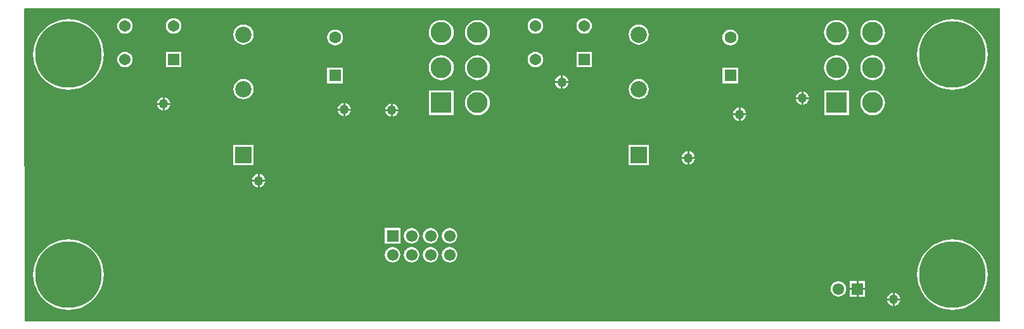
<source format=gbl>
G04*
G04 #@! TF.GenerationSoftware,Altium Limited,Altium Designer,21.1.1 (26)*
G04*
G04 Layer_Physical_Order=2*
G04 Layer_Color=16711680*
%FSLAX25Y25*%
%MOIN*%
G70*
G04*
G04 #@! TF.SameCoordinates,BE8B2EE9-7010-4F0F-96DB-CACD0705D76A*
G04*
G04*
G04 #@! TF.FilePolarity,Positive*
G04*
G01*
G75*
%ADD28C,0.06063*%
%ADD29R,0.06063X0.06063*%
%ADD35R,0.08563X0.08563*%
%ADD36C,0.11024*%
%ADD37C,0.06102*%
%ADD38R,0.06102X0.06102*%
%ADD39R,0.06299X0.06299*%
%ADD40C,0.06299*%
%ADD41C,0.08563*%
%ADD42R,0.11024X0.11024*%
%ADD43C,0.35000*%
%ADD44C,0.05000*%
G36*
X613000Y500000D02*
X613000Y335000D01*
X100000Y335000D01*
X99793Y499646D01*
X100146Y500000D01*
X613000Y500000D01*
D02*
G37*
%LPC*%
G36*
X394201Y494614D02*
X393148Y494475D01*
X392168Y494069D01*
X391325Y493423D01*
X390679Y492580D01*
X390273Y491600D01*
X390135Y490547D01*
X390273Y489495D01*
X390679Y488514D01*
X391325Y487672D01*
X392168Y487026D01*
X393148Y486620D01*
X394201Y486481D01*
X395253Y486620D01*
X396234Y487026D01*
X397076Y487672D01*
X397722Y488514D01*
X398129Y489495D01*
X398267Y490547D01*
X398129Y491600D01*
X397722Y492580D01*
X397076Y493423D01*
X396234Y494069D01*
X395253Y494475D01*
X394201Y494614D01*
D02*
G37*
G36*
X368610D02*
X367558Y494475D01*
X366577Y494069D01*
X365735Y493423D01*
X365089Y492580D01*
X364683Y491600D01*
X364544Y490547D01*
X364683Y489495D01*
X365089Y488514D01*
X365735Y487672D01*
X366577Y487026D01*
X367558Y486620D01*
X368610Y486481D01*
X369663Y486620D01*
X370643Y487026D01*
X371485Y487672D01*
X372132Y488514D01*
X372538Y489495D01*
X372676Y490547D01*
X372538Y491600D01*
X372132Y492580D01*
X371485Y493423D01*
X370643Y494069D01*
X369663Y494475D01*
X368610Y494614D01*
D02*
G37*
G36*
X178295D02*
X177243Y494475D01*
X176262Y494069D01*
X175420Y493423D01*
X174774Y492580D01*
X174368Y491600D01*
X174229Y490547D01*
X174368Y489495D01*
X174774Y488514D01*
X175420Y487672D01*
X176262Y487026D01*
X177243Y486620D01*
X178295Y486481D01*
X179348Y486620D01*
X180328Y487026D01*
X181171Y487672D01*
X181817Y488514D01*
X182223Y489495D01*
X182362Y490547D01*
X182223Y491600D01*
X181817Y492580D01*
X181171Y493423D01*
X180328Y494069D01*
X179348Y494475D01*
X178295Y494614D01*
D02*
G37*
G36*
X152705D02*
X151652Y494475D01*
X150672Y494069D01*
X149829Y493423D01*
X149183Y492580D01*
X148777Y491600D01*
X148638Y490547D01*
X148777Y489495D01*
X149183Y488514D01*
X149829Y487672D01*
X150672Y487026D01*
X151652Y486620D01*
X152705Y486481D01*
X153757Y486620D01*
X154738Y487026D01*
X155580Y487672D01*
X156226Y488514D01*
X156632Y489495D01*
X156771Y490547D01*
X156632Y491600D01*
X156226Y492580D01*
X155580Y493423D01*
X154738Y494069D01*
X153757Y494475D01*
X152705Y494614D01*
D02*
G37*
G36*
X422941Y491327D02*
X421562Y491146D01*
X420277Y490613D01*
X419174Y489767D01*
X418328Y488663D01*
X417795Y487379D01*
X417614Y486000D01*
X417795Y484621D01*
X418328Y483336D01*
X419174Y482233D01*
X420277Y481387D01*
X421562Y480855D01*
X422941Y480673D01*
X424320Y480855D01*
X425604Y481387D01*
X426708Y482233D01*
X427554Y483336D01*
X428086Y484621D01*
X428268Y486000D01*
X428086Y487379D01*
X427554Y488663D01*
X426708Y489767D01*
X425604Y490613D01*
X424320Y491146D01*
X422941Y491327D01*
D02*
G37*
G36*
X215035D02*
X213657Y491146D01*
X212372Y490613D01*
X211269Y489767D01*
X210422Y488663D01*
X209890Y487379D01*
X209708Y486000D01*
X209890Y484621D01*
X210422Y483336D01*
X211269Y482233D01*
X212372Y481387D01*
X213657Y480855D01*
X215035Y480673D01*
X216414Y480855D01*
X217699Y481387D01*
X218802Y482233D01*
X219649Y483336D01*
X220181Y484621D01*
X220362Y486000D01*
X220181Y487379D01*
X219649Y488663D01*
X218802Y489767D01*
X217699Y490613D01*
X216414Y491146D01*
X215035Y491327D01*
D02*
G37*
G36*
X546008Y493626D02*
X544731Y493500D01*
X543504Y493128D01*
X542373Y492523D01*
X541381Y491710D01*
X540567Y490718D01*
X539963Y489587D01*
X539590Y488359D01*
X539465Y487083D01*
X539590Y485806D01*
X539963Y484579D01*
X540567Y483447D01*
X541381Y482456D01*
X542373Y481642D01*
X543504Y481037D01*
X544731Y480665D01*
X546008Y480539D01*
X547284Y480665D01*
X548512Y481037D01*
X549643Y481642D01*
X550635Y482456D01*
X551448Y483447D01*
X552053Y484579D01*
X552425Y485806D01*
X552551Y487083D01*
X552425Y488359D01*
X552053Y489587D01*
X551448Y490718D01*
X550635Y491710D01*
X549643Y492523D01*
X548512Y493128D01*
X547284Y493500D01*
X546008Y493626D01*
D02*
G37*
G36*
X526992D02*
X525715Y493500D01*
X524488Y493128D01*
X523357Y492523D01*
X522365Y491710D01*
X521552Y490718D01*
X520947Y489587D01*
X520575Y488359D01*
X520449Y487083D01*
X520575Y485806D01*
X520947Y484579D01*
X521552Y483447D01*
X522365Y482456D01*
X523357Y481642D01*
X524488Y481037D01*
X525715Y480665D01*
X526992Y480539D01*
X528269Y480665D01*
X529496Y481037D01*
X530627Y481642D01*
X531619Y482456D01*
X532433Y483447D01*
X533037Y484579D01*
X533410Y485806D01*
X533535Y487083D01*
X533410Y488359D01*
X533037Y489587D01*
X532433Y490718D01*
X531619Y491710D01*
X530627Y492523D01*
X529496Y493128D01*
X528269Y493500D01*
X526992Y493626D01*
D02*
G37*
G36*
X338102D02*
X336826Y493500D01*
X335598Y493128D01*
X334467Y492523D01*
X333475Y491710D01*
X332662Y490718D01*
X332057Y489587D01*
X331685Y488359D01*
X331559Y487083D01*
X331685Y485806D01*
X332057Y484579D01*
X332662Y483447D01*
X333475Y482456D01*
X334467Y481642D01*
X335598Y481037D01*
X336826Y480665D01*
X338102Y480539D01*
X339379Y480665D01*
X340606Y481037D01*
X341738Y481642D01*
X342729Y482456D01*
X343543Y483447D01*
X344148Y484579D01*
X344520Y485806D01*
X344646Y487083D01*
X344520Y488359D01*
X344148Y489587D01*
X343543Y490718D01*
X342729Y491710D01*
X341738Y492523D01*
X340606Y493128D01*
X339379Y493500D01*
X338102Y493626D01*
D02*
G37*
G36*
X319087D02*
X317810Y493500D01*
X316583Y493128D01*
X315451Y492523D01*
X314460Y491710D01*
X313646Y490718D01*
X313041Y489587D01*
X312669Y488359D01*
X312543Y487083D01*
X312669Y485806D01*
X313041Y484579D01*
X313646Y483447D01*
X314460Y482456D01*
X315451Y481642D01*
X316583Y481037D01*
X317810Y480665D01*
X319087Y480539D01*
X320363Y480665D01*
X321591Y481037D01*
X322722Y481642D01*
X323713Y482456D01*
X324527Y483447D01*
X325132Y484579D01*
X325504Y485806D01*
X325630Y487083D01*
X325504Y488359D01*
X325132Y489587D01*
X324527Y490718D01*
X323713Y491710D01*
X322722Y492523D01*
X321591Y493128D01*
X320363Y493500D01*
X319087Y493626D01*
D02*
G37*
G36*
X471138Y488650D02*
X470054Y488507D01*
X469045Y488089D01*
X468178Y487424D01*
X467513Y486557D01*
X467095Y485548D01*
X466952Y484465D01*
X467095Y483381D01*
X467513Y482372D01*
X468178Y481505D01*
X469045Y480840D01*
X470054Y480422D01*
X471138Y480279D01*
X472221Y480422D01*
X473231Y480840D01*
X474097Y481505D01*
X474762Y482372D01*
X475181Y483381D01*
X475323Y484465D01*
X475181Y485548D01*
X474762Y486557D01*
X474097Y487424D01*
X473231Y488089D01*
X472221Y488507D01*
X471138Y488650D01*
D02*
G37*
G36*
X263232D02*
X262149Y488507D01*
X261140Y488089D01*
X260273Y487424D01*
X259608Y486557D01*
X259190Y485548D01*
X259047Y484465D01*
X259190Y483381D01*
X259608Y482372D01*
X260273Y481505D01*
X261140Y480840D01*
X262149Y480422D01*
X263232Y480279D01*
X264316Y480422D01*
X265325Y480840D01*
X266192Y481505D01*
X266857Y482372D01*
X267275Y483381D01*
X267418Y484465D01*
X267275Y485548D01*
X266857Y486557D01*
X266192Y487424D01*
X265325Y488089D01*
X264316Y488507D01*
X263232Y488650D01*
D02*
G37*
G36*
X398232Y476862D02*
X390169D01*
Y468799D01*
X398232D01*
Y476862D01*
D02*
G37*
G36*
X182327D02*
X174264D01*
Y468799D01*
X182327D01*
Y476862D01*
D02*
G37*
G36*
X368610Y476897D02*
X367558Y476758D01*
X366577Y476352D01*
X365735Y475706D01*
X365089Y474864D01*
X364683Y473883D01*
X364544Y472831D01*
X364683Y471778D01*
X365089Y470798D01*
X365735Y469955D01*
X366577Y469309D01*
X367558Y468903D01*
X368610Y468764D01*
X369663Y468903D01*
X370643Y469309D01*
X371485Y469955D01*
X372132Y470798D01*
X372538Y471778D01*
X372676Y472831D01*
X372538Y473883D01*
X372132Y474864D01*
X371485Y475706D01*
X370643Y476352D01*
X369663Y476758D01*
X368610Y476897D01*
D02*
G37*
G36*
X152705D02*
X151652Y476758D01*
X150672Y476352D01*
X149829Y475706D01*
X149183Y474864D01*
X148777Y473883D01*
X148638Y472831D01*
X148777Y471778D01*
X149183Y470798D01*
X149829Y469955D01*
X150672Y469309D01*
X151652Y468903D01*
X152705Y468764D01*
X153757Y468903D01*
X154738Y469309D01*
X155580Y469955D01*
X156226Y470798D01*
X156632Y471778D01*
X156771Y472831D01*
X156632Y473883D01*
X156226Y474864D01*
X155580Y475706D01*
X154738Y476352D01*
X153757Y476758D01*
X152705Y476897D01*
D02*
G37*
G36*
X546008Y475122D02*
X544731Y474996D01*
X543504Y474624D01*
X542373Y474019D01*
X541381Y473206D01*
X540567Y472214D01*
X539963Y471083D01*
X539590Y469855D01*
X539465Y468579D01*
X539590Y467302D01*
X539963Y466075D01*
X540567Y464944D01*
X541381Y463952D01*
X542373Y463138D01*
X543504Y462534D01*
X544731Y462161D01*
X546008Y462035D01*
X547284Y462161D01*
X548512Y462534D01*
X549643Y463138D01*
X550635Y463952D01*
X551448Y464944D01*
X552053Y466075D01*
X552425Y467302D01*
X552551Y468579D01*
X552425Y469855D01*
X552053Y471083D01*
X551448Y472214D01*
X550635Y473206D01*
X549643Y474019D01*
X548512Y474624D01*
X547284Y474996D01*
X546008Y475122D01*
D02*
G37*
G36*
X526992D02*
X525715Y474996D01*
X524488Y474624D01*
X523357Y474019D01*
X522365Y473206D01*
X521552Y472214D01*
X520947Y471083D01*
X520575Y469855D01*
X520449Y468579D01*
X520575Y467302D01*
X520947Y466075D01*
X521552Y464944D01*
X522365Y463952D01*
X523357Y463138D01*
X524488Y462534D01*
X525715Y462161D01*
X526992Y462035D01*
X528269Y462161D01*
X529496Y462534D01*
X530627Y463138D01*
X531619Y463952D01*
X532433Y464944D01*
X533037Y466075D01*
X533410Y467302D01*
X533535Y468579D01*
X533410Y469855D01*
X533037Y471083D01*
X532433Y472214D01*
X531619Y473206D01*
X530627Y474019D01*
X529496Y474624D01*
X528269Y474996D01*
X526992Y475122D01*
D02*
G37*
G36*
X338102D02*
X336826Y474996D01*
X335598Y474624D01*
X334467Y474019D01*
X333475Y473206D01*
X332662Y472214D01*
X332057Y471083D01*
X331685Y469855D01*
X331559Y468579D01*
X331685Y467302D01*
X332057Y466075D01*
X332662Y464944D01*
X333475Y463952D01*
X334467Y463138D01*
X335598Y462534D01*
X336826Y462161D01*
X338102Y462035D01*
X339379Y462161D01*
X340606Y462534D01*
X341738Y463138D01*
X342729Y463952D01*
X343543Y464944D01*
X344148Y466075D01*
X344520Y467302D01*
X344646Y468579D01*
X344520Y469855D01*
X344148Y471083D01*
X343543Y472214D01*
X342729Y473206D01*
X341738Y474019D01*
X340606Y474624D01*
X339379Y474996D01*
X338102Y475122D01*
D02*
G37*
G36*
X319087D02*
X317810Y474996D01*
X316583Y474624D01*
X315451Y474019D01*
X314460Y473206D01*
X313646Y472214D01*
X313041Y471083D01*
X312669Y469855D01*
X312543Y468579D01*
X312669Y467302D01*
X313041Y466075D01*
X313646Y464944D01*
X314460Y463952D01*
X315451Y463138D01*
X316583Y462534D01*
X317810Y462161D01*
X319087Y462035D01*
X320363Y462161D01*
X321591Y462534D01*
X322722Y463138D01*
X323713Y463952D01*
X324527Y464944D01*
X325132Y466075D01*
X325504Y467302D01*
X325630Y468579D01*
X325504Y469855D01*
X325132Y471083D01*
X324527Y472214D01*
X323713Y473206D01*
X322722Y474019D01*
X321591Y474624D01*
X320363Y474996D01*
X319087Y475122D01*
D02*
G37*
G36*
X383000Y464464D02*
Y461500D01*
X385964D01*
X385910Y461914D01*
X385557Y462765D01*
X384996Y463496D01*
X384265Y464057D01*
X383414Y464410D01*
X383000Y464464D01*
D02*
G37*
G36*
X382000D02*
X381586Y464410D01*
X380735Y464057D01*
X380004Y463496D01*
X379443Y462765D01*
X379090Y461914D01*
X379036Y461500D01*
X382000D01*
Y464464D01*
D02*
G37*
G36*
X475287Y468614D02*
X466988D01*
Y460315D01*
X475287D01*
Y468614D01*
D02*
G37*
G36*
X267382D02*
X259083D01*
Y460315D01*
X267382D01*
Y468614D01*
D02*
G37*
G36*
X385964Y460500D02*
X383000D01*
Y457536D01*
X383414Y457590D01*
X384265Y457943D01*
X384996Y458504D01*
X385557Y459235D01*
X385910Y460086D01*
X385964Y460500D01*
D02*
G37*
G36*
X382000D02*
X379036D01*
X379090Y460086D01*
X379443Y459235D01*
X380004Y458504D01*
X380735Y457943D01*
X381586Y457590D01*
X382000Y457536D01*
Y460500D01*
D02*
G37*
G36*
X588000Y494040D02*
X585580Y493881D01*
X583202Y493408D01*
X580905Y492628D01*
X578730Y491556D01*
X576714Y490208D01*
X574891Y488610D01*
X573291Y486786D01*
X571944Y484770D01*
X570872Y482595D01*
X570092Y480298D01*
X569619Y477920D01*
X569460Y475500D01*
X569619Y473080D01*
X570092Y470702D01*
X570872Y468405D01*
X571944Y466230D01*
X573291Y464214D01*
X574891Y462391D01*
X576714Y460791D01*
X578730Y459444D01*
X580905Y458372D01*
X583202Y457592D01*
X585580Y457119D01*
X588000Y456960D01*
X590420Y457119D01*
X592798Y457592D01*
X595095Y458372D01*
X597270Y459444D01*
X599286Y460791D01*
X601110Y462391D01*
X602708Y464214D01*
X604056Y466230D01*
X605128Y468405D01*
X605908Y470702D01*
X606381Y473080D01*
X606540Y475500D01*
X606381Y477920D01*
X605908Y480298D01*
X605128Y482595D01*
X604056Y484770D01*
X602708Y486786D01*
X601110Y488610D01*
X599286Y490208D01*
X597270Y491556D01*
X595095Y492628D01*
X592798Y493408D01*
X590420Y493881D01*
X588000Y494040D01*
D02*
G37*
G36*
X123000D02*
X120580Y493881D01*
X118202Y493408D01*
X115905Y492628D01*
X113730Y491556D01*
X111714Y490208D01*
X109890Y488610D01*
X108291Y486786D01*
X106944Y484770D01*
X105872Y482595D01*
X105092Y480298D01*
X104619Y477920D01*
X104460Y475500D01*
X104619Y473080D01*
X105092Y470702D01*
X105872Y468405D01*
X106944Y466230D01*
X108291Y464214D01*
X109890Y462391D01*
X111714Y460791D01*
X113730Y459444D01*
X115905Y458372D01*
X118202Y457592D01*
X120580Y457119D01*
X123000Y456960D01*
X125420Y457119D01*
X127798Y457592D01*
X130095Y458372D01*
X132270Y459444D01*
X134286Y460791D01*
X136109Y462391D01*
X137708Y464214D01*
X139056Y466230D01*
X140128Y468405D01*
X140908Y470702D01*
X141381Y473080D01*
X141540Y475500D01*
X141381Y477920D01*
X140908Y480298D01*
X140128Y482595D01*
X139056Y484770D01*
X137708Y486786D01*
X136109Y488610D01*
X134286Y490208D01*
X132270Y491556D01*
X130095Y492628D01*
X127798Y493408D01*
X125420Y493881D01*
X123000Y494040D01*
D02*
G37*
G36*
X509500Y455964D02*
Y453000D01*
X512464D01*
X512410Y453414D01*
X512057Y454265D01*
X511496Y454996D01*
X510765Y455557D01*
X509914Y455910D01*
X509500Y455964D01*
D02*
G37*
G36*
X508500D02*
X508086Y455910D01*
X507235Y455557D01*
X506504Y454996D01*
X505943Y454265D01*
X505590Y453414D01*
X505536Y453000D01*
X508500D01*
Y455964D01*
D02*
G37*
G36*
X422941Y462587D02*
X421562Y462405D01*
X420277Y461873D01*
X419174Y461027D01*
X418328Y459923D01*
X417795Y458639D01*
X417614Y457260D01*
X417795Y455881D01*
X418328Y454596D01*
X419174Y453493D01*
X420277Y452646D01*
X421562Y452114D01*
X422941Y451933D01*
X424320Y452114D01*
X425604Y452646D01*
X426708Y453493D01*
X427554Y454596D01*
X428086Y455881D01*
X428268Y457260D01*
X428086Y458639D01*
X427554Y459923D01*
X426708Y461027D01*
X425604Y461873D01*
X424320Y462405D01*
X422941Y462587D01*
D02*
G37*
G36*
X215035D02*
X213657Y462405D01*
X212372Y461873D01*
X211269Y461027D01*
X210422Y459923D01*
X209890Y458639D01*
X209708Y457260D01*
X209890Y455881D01*
X210422Y454596D01*
X211269Y453493D01*
X212372Y452646D01*
X213657Y452114D01*
X215035Y451933D01*
X216414Y452114D01*
X217699Y452646D01*
X218802Y453493D01*
X219649Y454596D01*
X220181Y455881D01*
X220362Y457260D01*
X220181Y458639D01*
X219649Y459923D01*
X218802Y461027D01*
X217699Y461873D01*
X216414Y462405D01*
X215035Y462587D01*
D02*
G37*
G36*
X173500Y452964D02*
Y450000D01*
X176464D01*
X176410Y450414D01*
X176057Y451265D01*
X175496Y451996D01*
X174765Y452557D01*
X173914Y452910D01*
X173500Y452964D01*
D02*
G37*
G36*
X172500D02*
X172086Y452910D01*
X171235Y452557D01*
X170504Y451996D01*
X169943Y451265D01*
X169590Y450414D01*
X169536Y450000D01*
X172500D01*
Y452964D01*
D02*
G37*
G36*
X512464Y452000D02*
X509500D01*
Y449036D01*
X509914Y449090D01*
X510765Y449443D01*
X511496Y450004D01*
X512057Y450735D01*
X512410Y451586D01*
X512464Y452000D01*
D02*
G37*
G36*
X508500D02*
X505536D01*
X505590Y451586D01*
X505943Y450735D01*
X506504Y450004D01*
X507235Y449443D01*
X508086Y449090D01*
X508500Y449036D01*
Y452000D01*
D02*
G37*
G36*
X268500Y449964D02*
Y447000D01*
X271464D01*
X271410Y447414D01*
X271057Y448265D01*
X270496Y448996D01*
X269765Y449557D01*
X268914Y449910D01*
X268500Y449964D01*
D02*
G37*
G36*
X267500D02*
X267086Y449910D01*
X266235Y449557D01*
X265504Y448996D01*
X264943Y448265D01*
X264590Y447414D01*
X264536Y447000D01*
X267500D01*
Y449964D01*
D02*
G37*
G36*
X293500Y449665D02*
Y446701D01*
X296464D01*
X296410Y447115D01*
X296057Y447966D01*
X295496Y448697D01*
X294765Y449258D01*
X293914Y449611D01*
X293500Y449665D01*
D02*
G37*
G36*
X292500D02*
X292086Y449611D01*
X291235Y449258D01*
X290504Y448697D01*
X289943Y447966D01*
X289590Y447115D01*
X289536Y446701D01*
X292500D01*
Y449665D01*
D02*
G37*
G36*
X176464Y449000D02*
X173500D01*
Y446036D01*
X173914Y446090D01*
X174765Y446443D01*
X175496Y447004D01*
X176057Y447735D01*
X176410Y448586D01*
X176464Y449000D01*
D02*
G37*
G36*
X172500D02*
X169536D01*
X169590Y448586D01*
X169943Y447735D01*
X170504Y447004D01*
X171235Y446443D01*
X172086Y446090D01*
X172500Y446036D01*
Y449000D01*
D02*
G37*
G36*
X476500Y447464D02*
Y444500D01*
X479464D01*
X479410Y444914D01*
X479057Y445765D01*
X478496Y446496D01*
X477765Y447057D01*
X476914Y447410D01*
X476500Y447464D01*
D02*
G37*
G36*
X475500D02*
X475086Y447410D01*
X474235Y447057D01*
X473504Y446496D01*
X472943Y445765D01*
X472590Y444914D01*
X472536Y444500D01*
X475500D01*
Y447464D01*
D02*
G37*
G36*
X533504Y456587D02*
X520480D01*
Y443563D01*
X533504D01*
Y456587D01*
D02*
G37*
G36*
X325598D02*
X312575D01*
Y443563D01*
X325598D01*
Y456587D01*
D02*
G37*
G36*
X546008Y456618D02*
X544731Y456492D01*
X543504Y456120D01*
X542373Y455515D01*
X541381Y454702D01*
X540567Y453710D01*
X539963Y452579D01*
X539590Y451351D01*
X539465Y450075D01*
X539590Y448798D01*
X539963Y447571D01*
X540567Y446440D01*
X541381Y445448D01*
X542373Y444634D01*
X543504Y444030D01*
X544731Y443657D01*
X546008Y443532D01*
X547284Y443657D01*
X548512Y444030D01*
X549643Y444634D01*
X550635Y445448D01*
X551448Y446440D01*
X552053Y447571D01*
X552425Y448798D01*
X552551Y450075D01*
X552425Y451351D01*
X552053Y452579D01*
X551448Y453710D01*
X550635Y454702D01*
X549643Y455515D01*
X548512Y456120D01*
X547284Y456492D01*
X546008Y456618D01*
D02*
G37*
G36*
X338102D02*
X336826Y456492D01*
X335598Y456120D01*
X334467Y455515D01*
X333475Y454702D01*
X332662Y453710D01*
X332057Y452579D01*
X331685Y451351D01*
X331559Y450075D01*
X331685Y448798D01*
X332057Y447571D01*
X332662Y446440D01*
X333475Y445448D01*
X334467Y444634D01*
X335598Y444030D01*
X336826Y443657D01*
X338102Y443532D01*
X339379Y443657D01*
X340606Y444030D01*
X341738Y444634D01*
X342729Y445448D01*
X343543Y446440D01*
X344148Y447571D01*
X344520Y448798D01*
X344646Y450075D01*
X344520Y451351D01*
X344148Y452579D01*
X343543Y453710D01*
X342729Y454702D01*
X341738Y455515D01*
X340606Y456120D01*
X339379Y456492D01*
X338102Y456618D01*
D02*
G37*
G36*
X271464Y446000D02*
X268500D01*
Y443036D01*
X268914Y443090D01*
X269765Y443443D01*
X270496Y444004D01*
X271057Y444735D01*
X271410Y445586D01*
X271464Y446000D01*
D02*
G37*
G36*
X267500D02*
X264536D01*
X264590Y445586D01*
X264943Y444735D01*
X265504Y444004D01*
X266235Y443443D01*
X267086Y443090D01*
X267500Y443036D01*
Y446000D01*
D02*
G37*
G36*
X296464Y445701D02*
X293500D01*
Y442736D01*
X293914Y442791D01*
X294765Y443144D01*
X295496Y443705D01*
X296057Y444436D01*
X296410Y445287D01*
X296464Y445701D01*
D02*
G37*
G36*
X292500D02*
X289536D01*
X289590Y445287D01*
X289943Y444436D01*
X290504Y443705D01*
X291235Y443144D01*
X292086Y442791D01*
X292500Y442736D01*
Y445701D01*
D02*
G37*
G36*
X479464Y443500D02*
X476500D01*
Y440536D01*
X476914Y440590D01*
X477765Y440943D01*
X478496Y441504D01*
X479057Y442235D01*
X479410Y443086D01*
X479464Y443500D01*
D02*
G37*
G36*
X475500D02*
X472536D01*
X472590Y443086D01*
X472943Y442235D01*
X473504Y441504D01*
X474235Y440943D01*
X475086Y440590D01*
X475500Y440536D01*
Y443500D01*
D02*
G37*
G36*
X449500Y424464D02*
Y421500D01*
X452464D01*
X452410Y421914D01*
X452057Y422765D01*
X451496Y423496D01*
X450765Y424057D01*
X449914Y424410D01*
X449500Y424464D01*
D02*
G37*
G36*
X448500D02*
X448086Y424410D01*
X447235Y424057D01*
X446504Y423496D01*
X445943Y422765D01*
X445590Y421914D01*
X445536Y421500D01*
X448500D01*
Y424464D01*
D02*
G37*
G36*
X452464Y420500D02*
X449500D01*
Y417536D01*
X449914Y417590D01*
X450765Y417943D01*
X451496Y418504D01*
X452057Y419235D01*
X452410Y420086D01*
X452464Y420500D01*
D02*
G37*
G36*
X448500D02*
X445536D01*
X445590Y420086D01*
X445943Y419235D01*
X446504Y418504D01*
X447235Y417943D01*
X448086Y417590D01*
X448500Y417536D01*
Y420500D01*
D02*
G37*
G36*
X428222Y427896D02*
X417659D01*
Y417333D01*
X428222D01*
Y427896D01*
D02*
G37*
G36*
X220317D02*
X209754D01*
Y417333D01*
X220317D01*
Y427896D01*
D02*
G37*
G36*
X223500Y412464D02*
Y409500D01*
X226464D01*
X226410Y409914D01*
X226057Y410765D01*
X225496Y411496D01*
X224765Y412057D01*
X223914Y412410D01*
X223500Y412464D01*
D02*
G37*
G36*
X222500D02*
X222086Y412410D01*
X221235Y412057D01*
X220504Y411496D01*
X219943Y410765D01*
X219590Y409914D01*
X219536Y409500D01*
X222500D01*
Y412464D01*
D02*
G37*
G36*
X226464Y408500D02*
X223500D01*
Y405536D01*
X223914Y405590D01*
X224765Y405943D01*
X225496Y406504D01*
X226057Y407235D01*
X226410Y408086D01*
X226464Y408500D01*
D02*
G37*
G36*
X222500D02*
X219536D01*
X219590Y408086D01*
X219943Y407235D01*
X220504Y406504D01*
X221235Y405943D01*
X222086Y405590D01*
X222500Y405536D01*
Y408500D01*
D02*
G37*
G36*
X297551Y384051D02*
X289449D01*
Y375949D01*
X297551D01*
Y384051D01*
D02*
G37*
G36*
X323500Y384086D02*
X322442Y383947D01*
X321457Y383539D01*
X320611Y382889D01*
X319961Y382043D01*
X319553Y381058D01*
X319414Y380000D01*
X319553Y378942D01*
X319961Y377957D01*
X320611Y377111D01*
X321457Y376461D01*
X322442Y376053D01*
X323500Y375914D01*
X324558Y376053D01*
X325543Y376461D01*
X326389Y377111D01*
X327039Y377957D01*
X327447Y378942D01*
X327586Y380000D01*
X327447Y381058D01*
X327039Y382043D01*
X326389Y382889D01*
X325543Y383539D01*
X324558Y383947D01*
X323500Y384086D01*
D02*
G37*
G36*
X313500D02*
X312442Y383947D01*
X311457Y383539D01*
X310611Y382889D01*
X309961Y382043D01*
X309553Y381058D01*
X309414Y380000D01*
X309553Y378942D01*
X309961Y377957D01*
X310611Y377111D01*
X311457Y376461D01*
X312442Y376053D01*
X313500Y375914D01*
X314558Y376053D01*
X315543Y376461D01*
X316389Y377111D01*
X317039Y377957D01*
X317447Y378942D01*
X317586Y380000D01*
X317447Y381058D01*
X317039Y382043D01*
X316389Y382889D01*
X315543Y383539D01*
X314558Y383947D01*
X313500Y384086D01*
D02*
G37*
G36*
X303500D02*
X302442Y383947D01*
X301457Y383539D01*
X300611Y382889D01*
X299961Y382043D01*
X299553Y381058D01*
X299414Y380000D01*
X299553Y378942D01*
X299961Y377957D01*
X300611Y377111D01*
X301457Y376461D01*
X302442Y376053D01*
X303500Y375914D01*
X304558Y376053D01*
X305543Y376461D01*
X306389Y377111D01*
X307039Y377957D01*
X307447Y378942D01*
X307586Y380000D01*
X307447Y381058D01*
X307039Y382043D01*
X306389Y382889D01*
X305543Y383539D01*
X304558Y383947D01*
X303500Y384086D01*
D02*
G37*
G36*
X323500Y374086D02*
X322442Y373947D01*
X321457Y373539D01*
X320611Y372889D01*
X319961Y372043D01*
X319553Y371058D01*
X319414Y370000D01*
X319553Y368942D01*
X319961Y367957D01*
X320611Y367111D01*
X321457Y366461D01*
X322442Y366053D01*
X323500Y365914D01*
X324558Y366053D01*
X325543Y366461D01*
X326389Y367111D01*
X327039Y367957D01*
X327447Y368942D01*
X327586Y370000D01*
X327447Y371058D01*
X327039Y372043D01*
X326389Y372889D01*
X325543Y373539D01*
X324558Y373947D01*
X323500Y374086D01*
D02*
G37*
G36*
X313500D02*
X312442Y373947D01*
X311457Y373539D01*
X310611Y372889D01*
X309961Y372043D01*
X309553Y371058D01*
X309414Y370000D01*
X309553Y368942D01*
X309961Y367957D01*
X310611Y367111D01*
X311457Y366461D01*
X312442Y366053D01*
X313500Y365914D01*
X314558Y366053D01*
X315543Y366461D01*
X316389Y367111D01*
X317039Y367957D01*
X317447Y368942D01*
X317586Y370000D01*
X317447Y371058D01*
X317039Y372043D01*
X316389Y372889D01*
X315543Y373539D01*
X314558Y373947D01*
X313500Y374086D01*
D02*
G37*
G36*
X303500D02*
X302442Y373947D01*
X301457Y373539D01*
X300611Y372889D01*
X299961Y372043D01*
X299553Y371058D01*
X299414Y370000D01*
X299553Y368942D01*
X299961Y367957D01*
X300611Y367111D01*
X301457Y366461D01*
X302442Y366053D01*
X303500Y365914D01*
X304558Y366053D01*
X305543Y366461D01*
X306389Y367111D01*
X307039Y367957D01*
X307447Y368942D01*
X307586Y370000D01*
X307447Y371058D01*
X307039Y372043D01*
X306389Y372889D01*
X305543Y373539D01*
X304558Y373947D01*
X303500Y374086D01*
D02*
G37*
G36*
X293500D02*
X292442Y373947D01*
X291457Y373539D01*
X290611Y372889D01*
X289961Y372043D01*
X289553Y371058D01*
X289414Y370000D01*
X289553Y368942D01*
X289961Y367957D01*
X290611Y367111D01*
X291457Y366461D01*
X292442Y366053D01*
X293500Y365914D01*
X294558Y366053D01*
X295543Y366461D01*
X296389Y367111D01*
X297039Y367957D01*
X297447Y368942D01*
X297586Y370000D01*
X297447Y371058D01*
X297039Y372043D01*
X296389Y372889D01*
X295543Y373539D01*
X294558Y373947D01*
X293500Y374086D01*
D02*
G37*
G36*
X542051Y356051D02*
X538500D01*
Y352500D01*
X542051D01*
Y356051D01*
D02*
G37*
G36*
X537500D02*
X533949D01*
Y352500D01*
X537500D01*
Y356051D01*
D02*
G37*
G36*
X542051Y351500D02*
X538500D01*
Y347949D01*
X542051D01*
Y351500D01*
D02*
G37*
G36*
X537500D02*
X533949D01*
Y347949D01*
X537500D01*
Y351500D01*
D02*
G37*
G36*
X528000Y356086D02*
X526942Y355947D01*
X525957Y355539D01*
X525111Y354889D01*
X524461Y354043D01*
X524053Y353058D01*
X523914Y352000D01*
X524053Y350942D01*
X524461Y349957D01*
X525111Y349111D01*
X525957Y348461D01*
X526942Y348053D01*
X528000Y347914D01*
X529058Y348053D01*
X530043Y348461D01*
X530889Y349111D01*
X531539Y349957D01*
X531947Y350942D01*
X532086Y352000D01*
X531947Y353058D01*
X531539Y354043D01*
X530889Y354889D01*
X530043Y355539D01*
X529058Y355947D01*
X528000Y356086D01*
D02*
G37*
G36*
X557500Y349964D02*
Y347000D01*
X560464D01*
X560410Y347414D01*
X560057Y348265D01*
X559496Y348996D01*
X558765Y349557D01*
X557914Y349910D01*
X557500Y349964D01*
D02*
G37*
G36*
X556500D02*
X556086Y349910D01*
X555235Y349557D01*
X554504Y348996D01*
X553943Y348265D01*
X553590Y347414D01*
X553536Y347000D01*
X556500D01*
Y349964D01*
D02*
G37*
G36*
X560464Y346000D02*
X557500D01*
Y343036D01*
X557914Y343090D01*
X558765Y343443D01*
X559496Y344004D01*
X560057Y344735D01*
X560410Y345586D01*
X560464Y346000D01*
D02*
G37*
G36*
X556500D02*
X553536D01*
X553590Y345586D01*
X553943Y344735D01*
X554504Y344004D01*
X555235Y343443D01*
X556086Y343090D01*
X556500Y343036D01*
Y346000D01*
D02*
G37*
G36*
X588000Y378040D02*
X585580Y377881D01*
X583202Y377408D01*
X580905Y376628D01*
X578730Y375556D01*
X576714Y374208D01*
X574891Y372609D01*
X573291Y370786D01*
X571944Y368770D01*
X570872Y366595D01*
X570092Y364298D01*
X569619Y361920D01*
X569460Y359500D01*
X569619Y357080D01*
X570092Y354702D01*
X570872Y352405D01*
X571944Y350230D01*
X573291Y348214D01*
X574891Y346391D01*
X576714Y344792D01*
X578730Y343444D01*
X580905Y342372D01*
X583202Y341592D01*
X585580Y341119D01*
X588000Y340960D01*
X590420Y341119D01*
X592798Y341592D01*
X595095Y342372D01*
X597270Y343444D01*
X599286Y344792D01*
X601110Y346391D01*
X602708Y348214D01*
X604056Y350230D01*
X605128Y352405D01*
X605908Y354702D01*
X606381Y357080D01*
X606540Y359500D01*
X606381Y361920D01*
X605908Y364298D01*
X605128Y366595D01*
X604056Y368770D01*
X602708Y370786D01*
X601110Y372609D01*
X599286Y374208D01*
X597270Y375556D01*
X595095Y376628D01*
X592798Y377408D01*
X590420Y377881D01*
X588000Y378040D01*
D02*
G37*
G36*
X123000D02*
X120580Y377881D01*
X118202Y377408D01*
X115905Y376628D01*
X113730Y375556D01*
X111714Y374208D01*
X109890Y372609D01*
X108291Y370786D01*
X106944Y368770D01*
X105872Y366595D01*
X105092Y364298D01*
X104619Y361920D01*
X104460Y359500D01*
X104619Y357080D01*
X105092Y354702D01*
X105872Y352405D01*
X106944Y350230D01*
X108291Y348214D01*
X109890Y346391D01*
X111714Y344792D01*
X113730Y343444D01*
X115905Y342372D01*
X118202Y341592D01*
X120580Y341119D01*
X123000Y340960D01*
X125420Y341119D01*
X127798Y341592D01*
X130095Y342372D01*
X132270Y343444D01*
X134286Y344792D01*
X136109Y346391D01*
X137708Y348214D01*
X139056Y350230D01*
X140128Y352405D01*
X140908Y354702D01*
X141381Y357080D01*
X141540Y359500D01*
X141381Y361920D01*
X140908Y364298D01*
X140128Y366595D01*
X139056Y368770D01*
X137708Y370786D01*
X136109Y372609D01*
X134286Y374208D01*
X132270Y375556D01*
X130095Y376628D01*
X127798Y377408D01*
X125420Y377881D01*
X123000Y378040D01*
D02*
G37*
%LPD*%
D28*
X152705Y490547D02*
D03*
X178295D02*
D03*
X152705Y472831D02*
D03*
X368610Y490547D02*
D03*
X394201D02*
D03*
X368610Y472831D02*
D03*
D29*
X394201D02*
D03*
X178295D02*
D03*
D35*
X215035Y422614D02*
D03*
X422941D02*
D03*
D36*
X319087Y468579D02*
D03*
X526992D02*
D03*
X338102Y487083D02*
D03*
Y468579D02*
D03*
Y450075D02*
D03*
X319087Y487083D02*
D03*
X546008D02*
D03*
Y468579D02*
D03*
Y450075D02*
D03*
X526992Y487083D02*
D03*
D37*
X528000Y352000D02*
D03*
X303500Y380000D02*
D03*
X313500D02*
D03*
X323500D02*
D03*
X293500Y370000D02*
D03*
X303500D02*
D03*
X313500D02*
D03*
X323500D02*
D03*
D38*
X538000Y352000D02*
D03*
X293500Y380000D02*
D03*
D39*
X263232Y464465D02*
D03*
X471138D02*
D03*
D40*
X263232Y484465D02*
D03*
X471138D02*
D03*
D41*
X215035Y486000D02*
D03*
Y457260D02*
D03*
X422941Y486000D02*
D03*
Y457260D02*
D03*
D42*
X319087Y450075D02*
D03*
X526992D02*
D03*
D43*
X123000Y475500D02*
D03*
Y359500D02*
D03*
X588000Y475500D02*
D03*
Y359500D02*
D03*
D44*
X449000Y421000D02*
D03*
X382500Y461000D02*
D03*
X557000Y346500D02*
D03*
X173000Y449500D02*
D03*
X223000Y409000D02*
D03*
X268000Y446500D02*
D03*
X509000Y452500D02*
D03*
X293000Y446201D02*
D03*
X476000Y444000D02*
D03*
M02*

</source>
